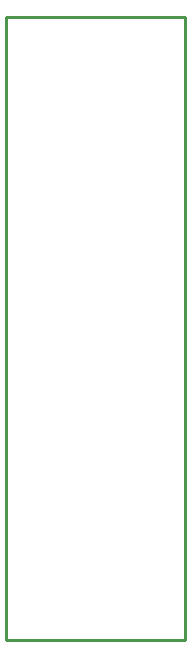
<source format=gko>
G04*
G04 #@! TF.GenerationSoftware,Altium Limited,Altium Designer,20.2.4 (192)*
G04*
G04 Layer_Color=16711935*
%FSLAX25Y25*%
%MOIN*%
G70*
G04*
G04 #@! TF.SameCoordinates,C5831E6D-2EEE-4114-93DC-BC8679F25CA8*
G04*
G04*
G04 #@! TF.FilePolarity,Positive*
G04*
G01*
G75*
%ADD34C,0.01000*%
D34*
X312500Y325000D02*
X312500Y117500D01*
X372000D01*
X372000Y325000D02*
X372000Y117500D01*
X312500Y325000D02*
X372000D01*
M02*

</source>
